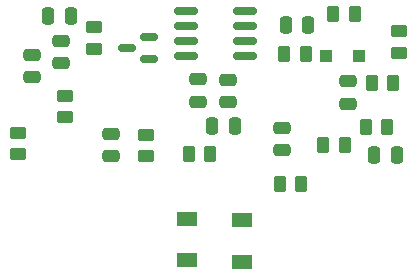
<source format=gbr>
%TF.GenerationSoftware,KiCad,Pcbnew,(6.0.1)*%
%TF.CreationDate,2022-05-20T14:01:48-07:00*%
%TF.ProjectId,ratt-rounded,72617474-2d72-46f7-956e-6465642e6b69,rev?*%
%TF.SameCoordinates,Original*%
%TF.FileFunction,Paste,Bot*%
%TF.FilePolarity,Positive*%
%FSLAX46Y46*%
G04 Gerber Fmt 4.6, Leading zero omitted, Abs format (unit mm)*
G04 Created by KiCad (PCBNEW (6.0.1)) date 2022-05-20 14:01:48*
%MOMM*%
%LPD*%
G01*
G04 APERTURE LIST*
G04 Aperture macros list*
%AMRoundRect*
0 Rectangle with rounded corners*
0 $1 Rounding radius*
0 $2 $3 $4 $5 $6 $7 $8 $9 X,Y pos of 4 corners*
0 Add a 4 corners polygon primitive as box body*
4,1,4,$2,$3,$4,$5,$6,$7,$8,$9,$2,$3,0*
0 Add four circle primitives for the rounded corners*
1,1,$1+$1,$2,$3*
1,1,$1+$1,$4,$5*
1,1,$1+$1,$6,$7*
1,1,$1+$1,$8,$9*
0 Add four rect primitives between the rounded corners*
20,1,$1+$1,$2,$3,$4,$5,0*
20,1,$1+$1,$4,$5,$6,$7,0*
20,1,$1+$1,$6,$7,$8,$9,0*
20,1,$1+$1,$8,$9,$2,$3,0*%
G04 Aperture macros list end*
%ADD10RoundRect,0.150000X0.825000X0.150000X-0.825000X0.150000X-0.825000X-0.150000X0.825000X-0.150000X0*%
%ADD11RoundRect,0.250000X-0.262500X-0.450000X0.262500X-0.450000X0.262500X0.450000X-0.262500X0.450000X0*%
%ADD12RoundRect,0.250000X-0.450000X0.262500X-0.450000X-0.262500X0.450000X-0.262500X0.450000X0.262500X0*%
%ADD13RoundRect,0.250000X-0.475000X0.250000X-0.475000X-0.250000X0.475000X-0.250000X0.475000X0.250000X0*%
%ADD14RoundRect,0.250000X0.450000X-0.262500X0.450000X0.262500X-0.450000X0.262500X-0.450000X-0.262500X0*%
%ADD15RoundRect,0.250000X0.262500X0.450000X-0.262500X0.450000X-0.262500X-0.450000X0.262500X-0.450000X0*%
%ADD16RoundRect,0.250000X0.475000X-0.250000X0.475000X0.250000X-0.475000X0.250000X-0.475000X-0.250000X0*%
%ADD17RoundRect,0.250000X0.250000X0.475000X-0.250000X0.475000X-0.250000X-0.475000X0.250000X-0.475000X0*%
%ADD18RoundRect,0.150000X0.587500X0.150000X-0.587500X0.150000X-0.587500X-0.150000X0.587500X-0.150000X0*%
%ADD19R,1.700000X1.300000*%
%ADD20RoundRect,0.250000X-0.250000X-0.475000X0.250000X-0.475000X0.250000X0.475000X-0.250000X0.475000X0*%
%ADD21R,1.100000X1.100000*%
G04 APERTURE END LIST*
D10*
%TO.C,U1*%
X38385000Y-26215000D03*
X38385000Y-27485000D03*
X38385000Y-28755000D03*
X38385000Y-30025000D03*
X33435000Y-30025000D03*
X33435000Y-28755000D03*
X33435000Y-27485000D03*
X33435000Y-26215000D03*
%TD*%
D11*
%TO.C,R5*%
X45015500Y-37500000D03*
X46840500Y-37500000D03*
%TD*%
D12*
%TO.C,R6*%
X25610000Y-27567500D03*
X25610000Y-29392500D03*
%TD*%
D13*
%TO.C,C7*%
X36948000Y-32010000D03*
X36948000Y-33910000D03*
%TD*%
%TO.C,C2*%
X41498000Y-36070000D03*
X41498000Y-37970000D03*
%TD*%
D11*
%TO.C,R9*%
X45887500Y-26480000D03*
X47712500Y-26480000D03*
%TD*%
D14*
%TO.C,R7*%
X23170000Y-35184500D03*
X23170000Y-33359500D03*
%TD*%
D15*
%TO.C,R12*%
X50440500Y-36010000D03*
X48615500Y-36010000D03*
%TD*%
%TO.C,R8*%
X43184500Y-40850000D03*
X41359500Y-40850000D03*
%TD*%
D16*
%TO.C,C3*%
X34458000Y-33870000D03*
X34458000Y-31970000D03*
%TD*%
D14*
%TO.C,R4*%
X30028000Y-38492500D03*
X30028000Y-36667500D03*
%TD*%
D17*
%TO.C,C8*%
X37528000Y-35910000D03*
X35628000Y-35910000D03*
%TD*%
D13*
%TO.C,C5*%
X27098000Y-36600000D03*
X27098000Y-38500000D03*
%TD*%
D15*
%TO.C,R3*%
X35462500Y-38302000D03*
X33637500Y-38302000D03*
%TD*%
%TO.C,R1*%
X50940500Y-32290000D03*
X49115500Y-32290000D03*
%TD*%
D18*
%TO.C,Q1*%
X30296100Y-28389400D03*
X30296100Y-30289400D03*
X28421100Y-29339400D03*
%TD*%
D12*
%TO.C,R10*%
X51430000Y-27919500D03*
X51430000Y-29744500D03*
%TD*%
D19*
%TO.C,D2*%
X38175000Y-43918000D03*
X38175000Y-47418000D03*
%TD*%
D20*
%TO.C,C6*%
X41848000Y-27400000D03*
X43748000Y-27400000D03*
%TD*%
D15*
%TO.C,R2*%
X43542500Y-29800000D03*
X41717500Y-29800000D03*
%TD*%
D16*
%TO.C,C11*%
X20390000Y-31792000D03*
X20390000Y-29892000D03*
%TD*%
D21*
%TO.C,D3*%
X45292000Y-29995000D03*
X48092000Y-29995000D03*
%TD*%
D12*
%TO.C,R11*%
X19200000Y-36509500D03*
X19200000Y-38334500D03*
%TD*%
D17*
%TO.C,C10*%
X51232000Y-38410000D03*
X49332000Y-38410000D03*
%TD*%
D16*
%TO.C,C4*%
X22850000Y-30628000D03*
X22850000Y-28728000D03*
%TD*%
D17*
%TO.C,C9*%
X23650500Y-26602000D03*
X21750500Y-26602000D03*
%TD*%
D16*
%TO.C,C1*%
X47090500Y-34050000D03*
X47090500Y-32150000D03*
%TD*%
D19*
%TO.C,D1*%
X33460000Y-47308000D03*
X33460000Y-43808000D03*
%TD*%
M02*

</source>
